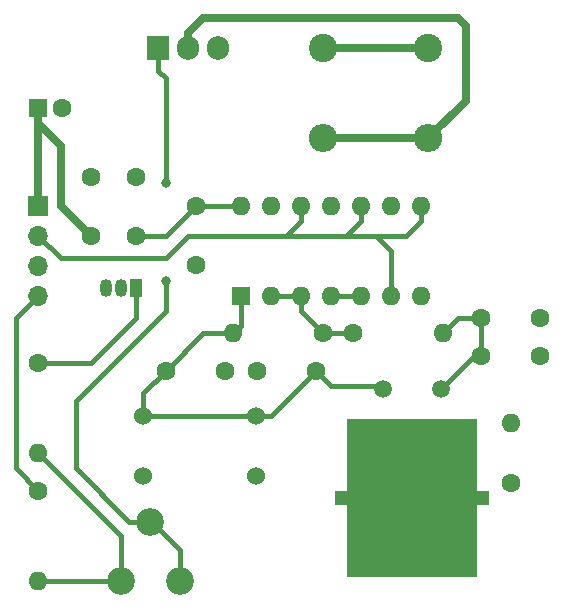
<source format=gtl>
G04 #@! TF.GenerationSoftware,KiCad,Pcbnew,5.1.9+dfsg1-1*
G04 #@! TF.CreationDate,2022-09-10T10:34:51-05:00*
G04 #@! TF.ProjectId,RockSolid,526f636b-536f-46c6-9964-2e6b69636164,rev?*
G04 #@! TF.SameCoordinates,Original*
G04 #@! TF.FileFunction,Copper,L1,Top*
G04 #@! TF.FilePolarity,Positive*
%FSLAX46Y46*%
G04 Gerber Fmt 4.6, Leading zero omitted, Abs format (unit mm)*
G04 Created by KiCad (PCBNEW 5.1.9+dfsg1-1) date 2022-09-10 10:34:51*
%MOMM*%
%LPD*%
G01*
G04 APERTURE LIST*
G04 #@! TA.AperFunction,ComponentPad*
%ADD10O,1.600000X1.600000*%
G04 #@! TD*
G04 #@! TA.AperFunction,ComponentPad*
%ADD11C,1.600000*%
G04 #@! TD*
G04 #@! TA.AperFunction,ComponentPad*
%ADD12R,1.600000X1.600000*%
G04 #@! TD*
G04 #@! TA.AperFunction,ComponentPad*
%ADD13O,2.400000X2.400000*%
G04 #@! TD*
G04 #@! TA.AperFunction,ComponentPad*
%ADD14C,2.400000*%
G04 #@! TD*
G04 #@! TA.AperFunction,ComponentPad*
%ADD15C,1.500000*%
G04 #@! TD*
G04 #@! TA.AperFunction,SMDPad,CuDef*
%ADD16R,11.000000X13.500000*%
G04 #@! TD*
G04 #@! TA.AperFunction,ComponentPad*
%ADD17R,1.200000X1.200000*%
G04 #@! TD*
G04 #@! TA.AperFunction,ComponentPad*
%ADD18C,1.524000*%
G04 #@! TD*
G04 #@! TA.AperFunction,ComponentPad*
%ADD19R,1.905000X2.000000*%
G04 #@! TD*
G04 #@! TA.AperFunction,ComponentPad*
%ADD20O,1.905000X2.000000*%
G04 #@! TD*
G04 #@! TA.AperFunction,ComponentPad*
%ADD21O,1.050000X1.500000*%
G04 #@! TD*
G04 #@! TA.AperFunction,ComponentPad*
%ADD22R,1.050000X1.500000*%
G04 #@! TD*
G04 #@! TA.AperFunction,ComponentPad*
%ADD23C,2.340000*%
G04 #@! TD*
G04 #@! TA.AperFunction,ComponentPad*
%ADD24R,1.700000X1.700000*%
G04 #@! TD*
G04 #@! TA.AperFunction,ComponentPad*
%ADD25O,1.700000X1.700000*%
G04 #@! TD*
G04 #@! TA.AperFunction,ViaPad*
%ADD26C,0.800000*%
G04 #@! TD*
G04 #@! TA.AperFunction,Conductor*
%ADD27C,0.635000*%
G04 #@! TD*
G04 #@! TA.AperFunction,Conductor*
%ADD28C,0.381000*%
G04 #@! TD*
G04 APERTURE END LIST*
D10*
X72390000Y-83820000D03*
D11*
X72390000Y-76200000D03*
X74390000Y-54610000D03*
D12*
X72390000Y-54610000D03*
D10*
X72390000Y-94615000D03*
D11*
X72390000Y-86995000D03*
D13*
X96520000Y-57150000D03*
D14*
X96520000Y-49530000D03*
D13*
X105410000Y-57150000D03*
D14*
X105410000Y-49530000D03*
D10*
X106680000Y-73660000D03*
D11*
X99060000Y-73660000D03*
X96520000Y-73660000D03*
D10*
X88900000Y-73660000D03*
D11*
X76835000Y-60405000D03*
X76835000Y-65405000D03*
X80645000Y-65405000D03*
X80645000Y-60405000D03*
X85725000Y-67865000D03*
X85725000Y-62865000D03*
X109855000Y-75565000D03*
X114855000Y-75565000D03*
X90885000Y-76835000D03*
X95885000Y-76835000D03*
X83185000Y-76835000D03*
X88185000Y-76835000D03*
X109855000Y-72390000D03*
X114855000Y-72390000D03*
D15*
X101600000Y-78380000D03*
X106500000Y-78380000D03*
D16*
X104050000Y-87630000D03*
D17*
X98150000Y-87630000D03*
X109950000Y-87630000D03*
D18*
X90805000Y-85725000D03*
X90805000Y-80645000D03*
X81280000Y-80645000D03*
X81280000Y-85725000D03*
D12*
X89535000Y-70485000D03*
D10*
X104775000Y-62865000D03*
X92075000Y-70485000D03*
X102235000Y-62865000D03*
X94615000Y-70485000D03*
X99695000Y-62865000D03*
X97155000Y-70485000D03*
X97155000Y-62865000D03*
X99695000Y-70485000D03*
X94615000Y-62865000D03*
X102235000Y-70485000D03*
X92075000Y-62865000D03*
X104775000Y-70485000D03*
X89535000Y-62865000D03*
D19*
X82550000Y-49530000D03*
D20*
X85090000Y-49530000D03*
X87630000Y-49530000D03*
D21*
X79375000Y-69850000D03*
X78105000Y-69850000D03*
D22*
X80645000Y-69850000D03*
D23*
X84375000Y-94615000D03*
X81875000Y-89615000D03*
X79375000Y-94615000D03*
D11*
X112395000Y-86360000D03*
D10*
X112395000Y-81280000D03*
D24*
X72390000Y-62865000D03*
D25*
X72390000Y-65405000D03*
X72390000Y-67945000D03*
X72390000Y-70485000D03*
D26*
X83185000Y-69215000D03*
X83185000Y-60960000D03*
D27*
X105410000Y-57150000D02*
X96520000Y-57150000D01*
X105410000Y-57150000D02*
X108585000Y-53975000D01*
X108585000Y-53975000D02*
X108585000Y-47625000D01*
X108585000Y-47625000D02*
X107950000Y-46990000D01*
X107950000Y-46990000D02*
X88265000Y-46990000D01*
X88265000Y-46990000D02*
X86360000Y-46990000D01*
X86360000Y-46990000D02*
X85090000Y-48260000D01*
X85090000Y-48260000D02*
X85090000Y-49530000D01*
D28*
X72390000Y-86995000D02*
X70485000Y-85090000D01*
X70485000Y-85090000D02*
X70485000Y-72390000D01*
X70485000Y-72390000D02*
X72390000Y-70485000D01*
D27*
X105410000Y-49530000D02*
X96520000Y-49530000D01*
D28*
X106500000Y-78380000D02*
X109315000Y-75565000D01*
X109315000Y-75565000D02*
X109855000Y-75565000D01*
X109855000Y-75565000D02*
X109855000Y-72390000D01*
X109855000Y-72390000D02*
X107950000Y-72390000D01*
X107950000Y-72390000D02*
X106680000Y-73660000D01*
X99060000Y-73660000D02*
X96520000Y-73660000D01*
X96520000Y-73660000D02*
X95250000Y-72390000D01*
X95250000Y-72390000D02*
X94615000Y-71755000D01*
X94615000Y-71755000D02*
X94615000Y-70485000D01*
X94615000Y-70485000D02*
X92075000Y-70485000D01*
X90805000Y-80645000D02*
X92075000Y-80645000D01*
X92075000Y-80645000D02*
X95885000Y-76835000D01*
X95885000Y-76835000D02*
X97155000Y-78105000D01*
X97155000Y-78105000D02*
X101600000Y-78105000D01*
X101600000Y-78105000D02*
X101600000Y-78740000D01*
X89535000Y-70485000D02*
X89535000Y-73025000D01*
X89535000Y-73025000D02*
X88900000Y-73660000D01*
X88900000Y-73660000D02*
X86360000Y-73660000D01*
X86360000Y-73660000D02*
X83185000Y-76835000D01*
X83185000Y-76835000D02*
X81280000Y-78740000D01*
X81280000Y-78740000D02*
X81280000Y-80645000D01*
X81280000Y-80645000D02*
X90805000Y-80645000D01*
X84375000Y-94615000D02*
X84375000Y-91995000D01*
X84375000Y-91995000D02*
X81915000Y-89535000D01*
X81875000Y-89615000D02*
X80090000Y-89615000D01*
X80090000Y-89615000D02*
X75565000Y-85090000D01*
X75565000Y-85090000D02*
X75565000Y-79375000D01*
X75565000Y-79375000D02*
X83185000Y-71755000D01*
X83185000Y-71755000D02*
X83185000Y-69215000D01*
X83185000Y-60960000D02*
X83185000Y-52070000D01*
X83185000Y-52070000D02*
X82550000Y-51435000D01*
X82550000Y-51435000D02*
X82550000Y-49530000D01*
D27*
X76835000Y-65405000D02*
X74295000Y-62865000D01*
X72390000Y-62865000D02*
X72390000Y-54610000D01*
X72390000Y-54610000D02*
X72390000Y-55880000D01*
X74295000Y-57785000D02*
X74295000Y-62865000D01*
X72390000Y-55880000D02*
X74295000Y-57785000D01*
D28*
X72390000Y-76200000D02*
X76835000Y-76200000D01*
X76835000Y-76200000D02*
X80645000Y-72390000D01*
X80645000Y-72390000D02*
X80645000Y-69850000D01*
X80645000Y-65405000D02*
X83185000Y-65405000D01*
X83185000Y-65405000D02*
X85725000Y-62865000D01*
X85725000Y-62865000D02*
X89535000Y-62865000D01*
X104050000Y-87630000D02*
X109855000Y-87630000D01*
X102235000Y-70485000D02*
X102235000Y-67945000D01*
X72390000Y-65405000D02*
X74295000Y-67310000D01*
X74295000Y-67310000D02*
X74930000Y-67310000D01*
X74930000Y-67310000D02*
X83185000Y-67310000D01*
X83185000Y-67310000D02*
X85090000Y-65405000D01*
X85090000Y-65405000D02*
X92710000Y-65405000D01*
X92710000Y-65405000D02*
X93345000Y-65405000D01*
X93345000Y-65405000D02*
X94615000Y-64135000D01*
X94615000Y-64135000D02*
X94615000Y-62865000D01*
X99695000Y-64135000D02*
X98425000Y-65405000D01*
X99695000Y-62865000D02*
X99695000Y-64135000D01*
X98425000Y-65405000D02*
X93345000Y-65405000D01*
X104775000Y-64135000D02*
X103505000Y-65405000D01*
X104775000Y-62865000D02*
X104775000Y-64135000D01*
X102235000Y-67945000D02*
X102235000Y-66675000D01*
X102235000Y-66675000D02*
X100965000Y-65405000D01*
X100965000Y-65405000D02*
X98425000Y-65405000D01*
X103505000Y-65405000D02*
X100965000Y-65405000D01*
X97155000Y-70485000D02*
X99695000Y-70485000D01*
X72390000Y-94615000D02*
X79375000Y-94615000D01*
X79375000Y-94615000D02*
X79375000Y-90805000D01*
X79375000Y-90805000D02*
X72390000Y-83820000D01*
M02*

</source>
